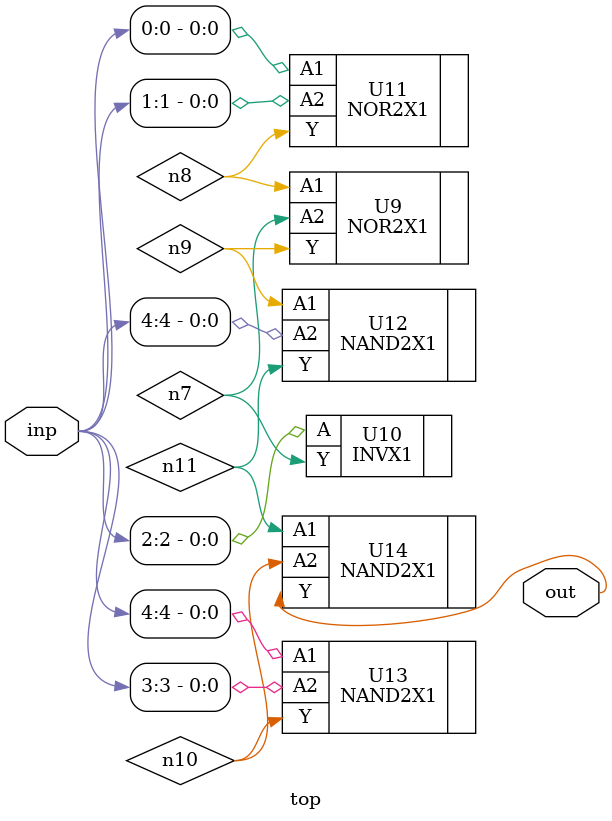
<source format=sv>


module top ( inp, out );
  input [4:0] inp;
  output out;
  wire   n7, n8, n9, n10, n11;

  NOR2X1 U9 ( .A1(n8), .A2(n7), .Y(n9) );
  INVX1 U10 ( .A(inp[2]), .Y(n7) );
  NOR2X1 U11 ( .A1(inp[0]), .A2(inp[1]), .Y(n8) );
  NAND2X1 U12 ( .A1(n9), .A2(inp[4]), .Y(n11) );
  NAND2X1 U13 ( .A1(inp[4]), .A2(inp[3]), .Y(n10) );
  NAND2X1 U14 ( .A1(n11), .A2(n10), .Y(out) );
endmodule


</source>
